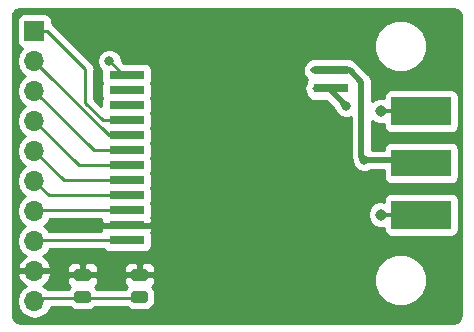
<source format=gbr>
%TF.GenerationSoftware,KiCad,Pcbnew,(5.0.0)*%
%TF.CreationDate,2018-09-19T17:34:28+03:00*%
%TF.ProjectId,lora1276Breakout,6C6F726131323736427265616B6F7574,1.0*%
%TF.SameCoordinates,Original*%
%TF.FileFunction,Copper,L1,Top,Signal*%
%TF.FilePolarity,Positive*%
%FSLAX46Y46*%
G04 Gerber Fmt 4.6, Leading zero omitted, Abs format (unit mm)*
G04 Created by KiCad (PCBNEW (5.0.0)) date 09/19/18 17:34:28*
%MOMM*%
%LPD*%
G01*
G04 APERTURE LIST*
%ADD10R,3.000000X0.800000*%
%ADD11R,5.080000X2.290000*%
%ADD12R,5.080000X2.420000*%
%ADD13C,0.970000*%
%ADD14R,0.950000X0.460000*%
%ADD15C,0.100000*%
%ADD16C,0.975000*%
%ADD17R,1.700000X1.700000*%
%ADD18O,1.700000X1.700000*%
%ADD19C,0.800000*%
%ADD20C,0.250000*%
%ADD21C,0.500000*%
%ADD22C,0.254000*%
G04 APERTURE END LIST*
D10*
X150049906Y-86284381D03*
X150049906Y-87554381D03*
X150049906Y-88824381D03*
X150049906Y-90094381D03*
X150049906Y-91364381D03*
X150049906Y-92634381D03*
X150049906Y-93904381D03*
X150049906Y-95174381D03*
X150049906Y-96444381D03*
X150049906Y-97714381D03*
X150049906Y-98984381D03*
X167349906Y-85894381D03*
X167349906Y-87394381D03*
X150049906Y-100254381D03*
D11*
X175006000Y-93726000D03*
D12*
X175006000Y-98106000D03*
X175006000Y-89346000D03*
D13*
X171566000Y-98106000D03*
X171566000Y-89346000D03*
D14*
X172016000Y-98106000D03*
X172016000Y-89346000D03*
D15*
G36*
X151610142Y-104591174D02*
X151633803Y-104594684D01*
X151657007Y-104600496D01*
X151679529Y-104608554D01*
X151701153Y-104618782D01*
X151721670Y-104631079D01*
X151740883Y-104645329D01*
X151758607Y-104661393D01*
X151774671Y-104679117D01*
X151788921Y-104698330D01*
X151801218Y-104718847D01*
X151811446Y-104740471D01*
X151819504Y-104762993D01*
X151825316Y-104786197D01*
X151828826Y-104809858D01*
X151830000Y-104833750D01*
X151830000Y-105321250D01*
X151828826Y-105345142D01*
X151825316Y-105368803D01*
X151819504Y-105392007D01*
X151811446Y-105414529D01*
X151801218Y-105436153D01*
X151788921Y-105456670D01*
X151774671Y-105475883D01*
X151758607Y-105493607D01*
X151740883Y-105509671D01*
X151721670Y-105523921D01*
X151701153Y-105536218D01*
X151679529Y-105546446D01*
X151657007Y-105554504D01*
X151633803Y-105560316D01*
X151610142Y-105563826D01*
X151586250Y-105565000D01*
X150673750Y-105565000D01*
X150649858Y-105563826D01*
X150626197Y-105560316D01*
X150602993Y-105554504D01*
X150580471Y-105546446D01*
X150558847Y-105536218D01*
X150538330Y-105523921D01*
X150519117Y-105509671D01*
X150501393Y-105493607D01*
X150485329Y-105475883D01*
X150471079Y-105456670D01*
X150458782Y-105436153D01*
X150448554Y-105414529D01*
X150440496Y-105392007D01*
X150434684Y-105368803D01*
X150431174Y-105345142D01*
X150430000Y-105321250D01*
X150430000Y-104833750D01*
X150431174Y-104809858D01*
X150434684Y-104786197D01*
X150440496Y-104762993D01*
X150448554Y-104740471D01*
X150458782Y-104718847D01*
X150471079Y-104698330D01*
X150485329Y-104679117D01*
X150501393Y-104661393D01*
X150519117Y-104645329D01*
X150538330Y-104631079D01*
X150558847Y-104618782D01*
X150580471Y-104608554D01*
X150602993Y-104600496D01*
X150626197Y-104594684D01*
X150649858Y-104591174D01*
X150673750Y-104590000D01*
X151586250Y-104590000D01*
X151610142Y-104591174D01*
X151610142Y-104591174D01*
G37*
D16*
X151130000Y-105077500D03*
D15*
G36*
X151610142Y-102716174D02*
X151633803Y-102719684D01*
X151657007Y-102725496D01*
X151679529Y-102733554D01*
X151701153Y-102743782D01*
X151721670Y-102756079D01*
X151740883Y-102770329D01*
X151758607Y-102786393D01*
X151774671Y-102804117D01*
X151788921Y-102823330D01*
X151801218Y-102843847D01*
X151811446Y-102865471D01*
X151819504Y-102887993D01*
X151825316Y-102911197D01*
X151828826Y-102934858D01*
X151830000Y-102958750D01*
X151830000Y-103446250D01*
X151828826Y-103470142D01*
X151825316Y-103493803D01*
X151819504Y-103517007D01*
X151811446Y-103539529D01*
X151801218Y-103561153D01*
X151788921Y-103581670D01*
X151774671Y-103600883D01*
X151758607Y-103618607D01*
X151740883Y-103634671D01*
X151721670Y-103648921D01*
X151701153Y-103661218D01*
X151679529Y-103671446D01*
X151657007Y-103679504D01*
X151633803Y-103685316D01*
X151610142Y-103688826D01*
X151586250Y-103690000D01*
X150673750Y-103690000D01*
X150649858Y-103688826D01*
X150626197Y-103685316D01*
X150602993Y-103679504D01*
X150580471Y-103671446D01*
X150558847Y-103661218D01*
X150538330Y-103648921D01*
X150519117Y-103634671D01*
X150501393Y-103618607D01*
X150485329Y-103600883D01*
X150471079Y-103581670D01*
X150458782Y-103561153D01*
X150448554Y-103539529D01*
X150440496Y-103517007D01*
X150434684Y-103493803D01*
X150431174Y-103470142D01*
X150430000Y-103446250D01*
X150430000Y-102958750D01*
X150431174Y-102934858D01*
X150434684Y-102911197D01*
X150440496Y-102887993D01*
X150448554Y-102865471D01*
X150458782Y-102843847D01*
X150471079Y-102823330D01*
X150485329Y-102804117D01*
X150501393Y-102786393D01*
X150519117Y-102770329D01*
X150538330Y-102756079D01*
X150558847Y-102743782D01*
X150580471Y-102733554D01*
X150602993Y-102725496D01*
X150626197Y-102719684D01*
X150649858Y-102716174D01*
X150673750Y-102715000D01*
X151586250Y-102715000D01*
X151610142Y-102716174D01*
X151610142Y-102716174D01*
G37*
D16*
X151130000Y-103202500D03*
D15*
G36*
X146800142Y-102716174D02*
X146823803Y-102719684D01*
X146847007Y-102725496D01*
X146869529Y-102733554D01*
X146891153Y-102743782D01*
X146911670Y-102756079D01*
X146930883Y-102770329D01*
X146948607Y-102786393D01*
X146964671Y-102804117D01*
X146978921Y-102823330D01*
X146991218Y-102843847D01*
X147001446Y-102865471D01*
X147009504Y-102887993D01*
X147015316Y-102911197D01*
X147018826Y-102934858D01*
X147020000Y-102958750D01*
X147020000Y-103446250D01*
X147018826Y-103470142D01*
X147015316Y-103493803D01*
X147009504Y-103517007D01*
X147001446Y-103539529D01*
X146991218Y-103561153D01*
X146978921Y-103581670D01*
X146964671Y-103600883D01*
X146948607Y-103618607D01*
X146930883Y-103634671D01*
X146911670Y-103648921D01*
X146891153Y-103661218D01*
X146869529Y-103671446D01*
X146847007Y-103679504D01*
X146823803Y-103685316D01*
X146800142Y-103688826D01*
X146776250Y-103690000D01*
X145863750Y-103690000D01*
X145839858Y-103688826D01*
X145816197Y-103685316D01*
X145792993Y-103679504D01*
X145770471Y-103671446D01*
X145748847Y-103661218D01*
X145728330Y-103648921D01*
X145709117Y-103634671D01*
X145691393Y-103618607D01*
X145675329Y-103600883D01*
X145661079Y-103581670D01*
X145648782Y-103561153D01*
X145638554Y-103539529D01*
X145630496Y-103517007D01*
X145624684Y-103493803D01*
X145621174Y-103470142D01*
X145620000Y-103446250D01*
X145620000Y-102958750D01*
X145621174Y-102934858D01*
X145624684Y-102911197D01*
X145630496Y-102887993D01*
X145638554Y-102865471D01*
X145648782Y-102843847D01*
X145661079Y-102823330D01*
X145675329Y-102804117D01*
X145691393Y-102786393D01*
X145709117Y-102770329D01*
X145728330Y-102756079D01*
X145748847Y-102743782D01*
X145770471Y-102733554D01*
X145792993Y-102725496D01*
X145816197Y-102719684D01*
X145839858Y-102716174D01*
X145863750Y-102715000D01*
X146776250Y-102715000D01*
X146800142Y-102716174D01*
X146800142Y-102716174D01*
G37*
D16*
X146320000Y-103202500D03*
D15*
G36*
X146800142Y-104591174D02*
X146823803Y-104594684D01*
X146847007Y-104600496D01*
X146869529Y-104608554D01*
X146891153Y-104618782D01*
X146911670Y-104631079D01*
X146930883Y-104645329D01*
X146948607Y-104661393D01*
X146964671Y-104679117D01*
X146978921Y-104698330D01*
X146991218Y-104718847D01*
X147001446Y-104740471D01*
X147009504Y-104762993D01*
X147015316Y-104786197D01*
X147018826Y-104809858D01*
X147020000Y-104833750D01*
X147020000Y-105321250D01*
X147018826Y-105345142D01*
X147015316Y-105368803D01*
X147009504Y-105392007D01*
X147001446Y-105414529D01*
X146991218Y-105436153D01*
X146978921Y-105456670D01*
X146964671Y-105475883D01*
X146948607Y-105493607D01*
X146930883Y-105509671D01*
X146911670Y-105523921D01*
X146891153Y-105536218D01*
X146869529Y-105546446D01*
X146847007Y-105554504D01*
X146823803Y-105560316D01*
X146800142Y-105563826D01*
X146776250Y-105565000D01*
X145863750Y-105565000D01*
X145839858Y-105563826D01*
X145816197Y-105560316D01*
X145792993Y-105554504D01*
X145770471Y-105546446D01*
X145748847Y-105536218D01*
X145728330Y-105523921D01*
X145709117Y-105509671D01*
X145691393Y-105493607D01*
X145675329Y-105475883D01*
X145661079Y-105456670D01*
X145648782Y-105436153D01*
X145638554Y-105414529D01*
X145630496Y-105392007D01*
X145624684Y-105368803D01*
X145621174Y-105345142D01*
X145620000Y-105321250D01*
X145620000Y-104833750D01*
X145621174Y-104809858D01*
X145624684Y-104786197D01*
X145630496Y-104762993D01*
X145638554Y-104740471D01*
X145648782Y-104718847D01*
X145661079Y-104698330D01*
X145675329Y-104679117D01*
X145691393Y-104661393D01*
X145709117Y-104645329D01*
X145728330Y-104631079D01*
X145748847Y-104618782D01*
X145770471Y-104608554D01*
X145792993Y-104600496D01*
X145816197Y-104594684D01*
X145839858Y-104591174D01*
X145863750Y-104590000D01*
X146776250Y-104590000D01*
X146800142Y-104591174D01*
X146800142Y-104591174D01*
G37*
D16*
X146320000Y-105077500D03*
D17*
X142240000Y-82550000D03*
D18*
X142240000Y-85090000D03*
X142240000Y-87630000D03*
X142240000Y-90170000D03*
X142240000Y-92710000D03*
X142240000Y-95250000D03*
X142240000Y-97790000D03*
X142240000Y-100330000D03*
X142240000Y-102870000D03*
X142240000Y-105410000D03*
D19*
X148590000Y-85090000D03*
X171566000Y-89346000D03*
X171566000Y-98106000D03*
X168656000Y-88900000D03*
X170180000Y-93472000D03*
D20*
X151130000Y-105140000D02*
X146320000Y-105140000D01*
X142510000Y-105140000D02*
X142240000Y-105410000D01*
X146320000Y-105140000D02*
X142510000Y-105140000D01*
X150049906Y-86284381D02*
X149784381Y-86284381D01*
X149784381Y-86284381D02*
X148590000Y-85090000D01*
X175006000Y-89346000D02*
X171566000Y-89346000D01*
X175006000Y-98106000D02*
X171566000Y-98106000D01*
X165849906Y-87394381D02*
X167150381Y-87394381D01*
D21*
X167150381Y-87394381D02*
X168656000Y-88900000D01*
D20*
X142315619Y-100254381D02*
X142240000Y-100330000D01*
X150049906Y-100254381D02*
X142315619Y-100254381D01*
X142315619Y-97714381D02*
X142240000Y-97790000D01*
X150049906Y-97714381D02*
X142315619Y-97714381D01*
X143434381Y-96444381D02*
X142240000Y-95250000D01*
X150049906Y-96444381D02*
X143434381Y-96444381D01*
X144704381Y-95174381D02*
X142240000Y-92710000D01*
X150049906Y-95174381D02*
X144704381Y-95174381D01*
X145974381Y-93904381D02*
X142240000Y-90170000D01*
X150049906Y-93904381D02*
X145974381Y-93904381D01*
X147244381Y-92634381D02*
X142240000Y-87630000D01*
X150049906Y-92634381D02*
X147244381Y-92634381D01*
X143089999Y-85939999D02*
X142240000Y-85090000D01*
X148514381Y-91364381D02*
X143089999Y-85939999D01*
X150049906Y-91364381D02*
X148514381Y-91364381D01*
X150049906Y-90094381D02*
X148006381Y-90094381D01*
X148006381Y-90094381D02*
X146558000Y-88646000D01*
X143340000Y-82550000D02*
X142240000Y-82550000D01*
X146558000Y-85768000D02*
X143340000Y-82550000D01*
X146558000Y-88646000D02*
X146558000Y-85768000D01*
D21*
X165849906Y-85894381D02*
X168952381Y-85894381D01*
X168952381Y-85894381D02*
X169926000Y-86868000D01*
X169926000Y-86868000D02*
X169926000Y-90041000D01*
X169926000Y-90041000D02*
X169926000Y-93218000D01*
X169926000Y-93218000D02*
X170180000Y-93472000D01*
D20*
X174752000Y-93472000D02*
X175006000Y-93726000D01*
D21*
X170180000Y-93472000D02*
X174752000Y-93472000D01*
D22*
G36*
X177987787Y-80764065D02*
X178152920Y-80859405D01*
X178275488Y-81005477D01*
X178351555Y-81214465D01*
X178360000Y-81310996D01*
X178360001Y-105340074D01*
X178360000Y-106617880D01*
X178315935Y-106867787D01*
X178220596Y-107032919D01*
X178074524Y-107155488D01*
X177865532Y-107231555D01*
X177769004Y-107240000D01*
X141032119Y-107240000D01*
X140782213Y-107195935D01*
X140617081Y-107100596D01*
X140494512Y-106954524D01*
X140418445Y-106745532D01*
X140410000Y-106649004D01*
X140410000Y-105410000D01*
X140725908Y-105410000D01*
X140841161Y-105989418D01*
X141169375Y-106480625D01*
X141660582Y-106808839D01*
X142093744Y-106895000D01*
X142386256Y-106895000D01*
X142819418Y-106808839D01*
X143310625Y-106480625D01*
X143638839Y-105989418D01*
X143656625Y-105900000D01*
X145199229Y-105900000D01*
X145233584Y-105951416D01*
X145522706Y-106144602D01*
X145863750Y-106212440D01*
X146776250Y-106212440D01*
X147117294Y-106144602D01*
X147406416Y-105951416D01*
X147440771Y-105900000D01*
X150009229Y-105900000D01*
X150043584Y-105951416D01*
X150332706Y-106144602D01*
X150673750Y-106212440D01*
X151586250Y-106212440D01*
X151927294Y-106144602D01*
X152216416Y-105951416D01*
X152409602Y-105662294D01*
X152477440Y-105321250D01*
X152477440Y-104833750D01*
X152409602Y-104492706D01*
X152216416Y-104203584D01*
X152215233Y-104202793D01*
X152368327Y-104049698D01*
X152465000Y-103816309D01*
X152465000Y-103488250D01*
X152306250Y-103329500D01*
X151257000Y-103329500D01*
X151257000Y-103349500D01*
X151003000Y-103349500D01*
X151003000Y-103329500D01*
X149953750Y-103329500D01*
X149795000Y-103488250D01*
X149795000Y-103816309D01*
X149891673Y-104049698D01*
X150044767Y-104202793D01*
X150043584Y-104203584D01*
X149925706Y-104380000D01*
X147524294Y-104380000D01*
X147406416Y-104203584D01*
X147405233Y-104202793D01*
X147558327Y-104049698D01*
X147655000Y-103816309D01*
X147655000Y-103488250D01*
X147496250Y-103329500D01*
X146447000Y-103329500D01*
X146447000Y-103349500D01*
X146193000Y-103349500D01*
X146193000Y-103329500D01*
X145143750Y-103329500D01*
X144985000Y-103488250D01*
X144985000Y-103816309D01*
X145081673Y-104049698D01*
X145234767Y-104202793D01*
X145233584Y-104203584D01*
X145115706Y-104380000D01*
X143337770Y-104380000D01*
X143310625Y-104339375D01*
X142991522Y-104126157D01*
X143121358Y-104065183D01*
X143511645Y-103636924D01*
X143681476Y-103226890D01*
X143660653Y-103187431D01*
X170993000Y-103187431D01*
X170993000Y-104076569D01*
X171333259Y-104898026D01*
X171961974Y-105526741D01*
X172783431Y-105867000D01*
X173672569Y-105867000D01*
X174494026Y-105526741D01*
X175122741Y-104898026D01*
X175463000Y-104076569D01*
X175463000Y-103187431D01*
X175122741Y-102365974D01*
X174494026Y-101737259D01*
X173672569Y-101397000D01*
X172783431Y-101397000D01*
X171961974Y-101737259D01*
X171333259Y-102365974D01*
X170993000Y-103187431D01*
X143660653Y-103187431D01*
X143560155Y-102997000D01*
X142367000Y-102997000D01*
X142367000Y-103017000D01*
X142113000Y-103017000D01*
X142113000Y-102997000D01*
X140919845Y-102997000D01*
X140798524Y-103226890D01*
X140968355Y-103636924D01*
X141358642Y-104065183D01*
X141488478Y-104126157D01*
X141169375Y-104339375D01*
X140841161Y-104830582D01*
X140725908Y-105410000D01*
X140410000Y-105410000D01*
X140410000Y-85090000D01*
X140725908Y-85090000D01*
X140841161Y-85669418D01*
X141169375Y-86160625D01*
X141467761Y-86360000D01*
X141169375Y-86559375D01*
X140841161Y-87050582D01*
X140725908Y-87630000D01*
X140841161Y-88209418D01*
X141169375Y-88700625D01*
X141467761Y-88900000D01*
X141169375Y-89099375D01*
X140841161Y-89590582D01*
X140725908Y-90170000D01*
X140841161Y-90749418D01*
X141169375Y-91240625D01*
X141467761Y-91440000D01*
X141169375Y-91639375D01*
X140841161Y-92130582D01*
X140725908Y-92710000D01*
X140841161Y-93289418D01*
X141169375Y-93780625D01*
X141467761Y-93980000D01*
X141169375Y-94179375D01*
X140841161Y-94670582D01*
X140725908Y-95250000D01*
X140841161Y-95829418D01*
X141169375Y-96320625D01*
X141467761Y-96520000D01*
X141169375Y-96719375D01*
X140841161Y-97210582D01*
X140725908Y-97790000D01*
X140841161Y-98369418D01*
X141169375Y-98860625D01*
X141467761Y-99060000D01*
X141169375Y-99259375D01*
X140841161Y-99750582D01*
X140725908Y-100330000D01*
X140841161Y-100909418D01*
X141169375Y-101400625D01*
X141488478Y-101613843D01*
X141358642Y-101674817D01*
X140968355Y-102103076D01*
X140798524Y-102513110D01*
X140919845Y-102743000D01*
X142113000Y-102743000D01*
X142113000Y-102723000D01*
X142367000Y-102723000D01*
X142367000Y-102743000D01*
X143560155Y-102743000D01*
X143641589Y-102588691D01*
X144985000Y-102588691D01*
X144985000Y-102916750D01*
X145143750Y-103075500D01*
X146193000Y-103075500D01*
X146193000Y-102238750D01*
X146447000Y-102238750D01*
X146447000Y-103075500D01*
X147496250Y-103075500D01*
X147655000Y-102916750D01*
X147655000Y-102588691D01*
X149795000Y-102588691D01*
X149795000Y-102916750D01*
X149953750Y-103075500D01*
X151003000Y-103075500D01*
X151003000Y-102238750D01*
X151257000Y-102238750D01*
X151257000Y-103075500D01*
X152306250Y-103075500D01*
X152465000Y-102916750D01*
X152465000Y-102588691D01*
X152368327Y-102355302D01*
X152189699Y-102176673D01*
X151956310Y-102080000D01*
X151415750Y-102080000D01*
X151257000Y-102238750D01*
X151003000Y-102238750D01*
X150844250Y-102080000D01*
X150303690Y-102080000D01*
X150070301Y-102176673D01*
X149891673Y-102355302D01*
X149795000Y-102588691D01*
X147655000Y-102588691D01*
X147558327Y-102355302D01*
X147379699Y-102176673D01*
X147146310Y-102080000D01*
X146605750Y-102080000D01*
X146447000Y-102238750D01*
X146193000Y-102238750D01*
X146034250Y-102080000D01*
X145493690Y-102080000D01*
X145260301Y-102176673D01*
X145081673Y-102355302D01*
X144985000Y-102588691D01*
X143641589Y-102588691D01*
X143681476Y-102513110D01*
X143511645Y-102103076D01*
X143121358Y-101674817D01*
X142991522Y-101613843D01*
X143310625Y-101400625D01*
X143568705Y-101014381D01*
X148026743Y-101014381D01*
X148092097Y-101112190D01*
X148302141Y-101252538D01*
X148549906Y-101301821D01*
X151549906Y-101301821D01*
X151797671Y-101252538D01*
X152007715Y-101112190D01*
X152148063Y-100902146D01*
X152197346Y-100654381D01*
X152197346Y-99854381D01*
X152148063Y-99606616D01*
X152146279Y-99603946D01*
X152184906Y-99510691D01*
X152184906Y-99270131D01*
X152026156Y-99111381D01*
X150176906Y-99111381D01*
X150176906Y-99131381D01*
X149922906Y-99131381D01*
X149922906Y-99111381D01*
X148073656Y-99111381D01*
X147914906Y-99270131D01*
X147914906Y-99494381D01*
X143467651Y-99494381D01*
X143310625Y-99259375D01*
X143012239Y-99060000D01*
X143310625Y-98860625D01*
X143568705Y-98474381D01*
X147914906Y-98474381D01*
X147914906Y-98698631D01*
X148073656Y-98857381D01*
X149922906Y-98857381D01*
X149922906Y-98837381D01*
X150176906Y-98837381D01*
X150176906Y-98857381D01*
X152026156Y-98857381D01*
X152184906Y-98698631D01*
X152184906Y-98458071D01*
X152146279Y-98364816D01*
X152148063Y-98362146D01*
X152197346Y-98114381D01*
X152197346Y-97883218D01*
X170446000Y-97883218D01*
X170446000Y-98328782D01*
X170616510Y-98740429D01*
X170931571Y-99055490D01*
X171343218Y-99226000D01*
X171788782Y-99226000D01*
X171818560Y-99213666D01*
X171818560Y-99316000D01*
X171867843Y-99563765D01*
X172008191Y-99773809D01*
X172218235Y-99914157D01*
X172466000Y-99963440D01*
X177546000Y-99963440D01*
X177793765Y-99914157D01*
X178003809Y-99773809D01*
X178144157Y-99563765D01*
X178193440Y-99316000D01*
X178193440Y-96896000D01*
X178144157Y-96648235D01*
X178003809Y-96438191D01*
X177793765Y-96297843D01*
X177546000Y-96248560D01*
X172466000Y-96248560D01*
X172218235Y-96297843D01*
X172008191Y-96438191D01*
X171867843Y-96648235D01*
X171818560Y-96896000D01*
X171818560Y-96998334D01*
X171788782Y-96986000D01*
X171343218Y-96986000D01*
X170931571Y-97156510D01*
X170616510Y-97471571D01*
X170446000Y-97883218D01*
X152197346Y-97883218D01*
X152197346Y-97314381D01*
X152150602Y-97079381D01*
X152197346Y-96844381D01*
X152197346Y-96044381D01*
X152150602Y-95809381D01*
X152197346Y-95574381D01*
X152197346Y-94774381D01*
X152150602Y-94539381D01*
X152197346Y-94304381D01*
X152197346Y-93504381D01*
X152150602Y-93269381D01*
X152197346Y-93034381D01*
X152197346Y-92234381D01*
X152150602Y-91999381D01*
X152197346Y-91764381D01*
X152197346Y-90964381D01*
X152150602Y-90729381D01*
X152197346Y-90494381D01*
X152197346Y-89694381D01*
X152150602Y-89459381D01*
X152197346Y-89224381D01*
X152197346Y-88424381D01*
X152150602Y-88189381D01*
X152197346Y-87954381D01*
X152197346Y-87154381D01*
X152150602Y-86919381D01*
X152197346Y-86684381D01*
X152197346Y-85894381D01*
X164947568Y-85894381D01*
X165016254Y-86239691D01*
X165211857Y-86532430D01*
X165272197Y-86572748D01*
X165320061Y-86644381D01*
X165251749Y-86746616D01*
X165202466Y-86994381D01*
X165202466Y-86995381D01*
X165134002Y-87097844D01*
X165075017Y-87394381D01*
X165134002Y-87690918D01*
X165202466Y-87793381D01*
X165202466Y-87794381D01*
X165251749Y-88042146D01*
X165392097Y-88252190D01*
X165602141Y-88392538D01*
X165849906Y-88441821D01*
X166946243Y-88441821D01*
X167628569Y-89124148D01*
X167778569Y-89486280D01*
X168069720Y-89777431D01*
X168450126Y-89935000D01*
X168861874Y-89935000D01*
X169041001Y-89860803D01*
X169041001Y-89953831D01*
X169041000Y-89953836D01*
X169041001Y-93130835D01*
X169023663Y-93218000D01*
X169092348Y-93563309D01*
X169145000Y-93642108D01*
X169145000Y-93677874D01*
X169302569Y-94058280D01*
X169593720Y-94349431D01*
X169974126Y-94507000D01*
X170385874Y-94507000D01*
X170748007Y-94357000D01*
X171818560Y-94357000D01*
X171818560Y-94871000D01*
X171867843Y-95118765D01*
X172008191Y-95328809D01*
X172218235Y-95469157D01*
X172466000Y-95518440D01*
X177546000Y-95518440D01*
X177793765Y-95469157D01*
X178003809Y-95328809D01*
X178144157Y-95118765D01*
X178193440Y-94871000D01*
X178193440Y-92581000D01*
X178144157Y-92333235D01*
X178003809Y-92123191D01*
X177793765Y-91982843D01*
X177546000Y-91933560D01*
X172466000Y-91933560D01*
X172218235Y-91982843D01*
X172008191Y-92123191D01*
X171867843Y-92333235D01*
X171818560Y-92581000D01*
X171818560Y-92587000D01*
X170811000Y-92587000D01*
X170811000Y-90174919D01*
X170931571Y-90295490D01*
X171343218Y-90466000D01*
X171788782Y-90466000D01*
X171818560Y-90453666D01*
X171818560Y-90556000D01*
X171867843Y-90803765D01*
X172008191Y-91013809D01*
X172218235Y-91154157D01*
X172466000Y-91203440D01*
X177546000Y-91203440D01*
X177793765Y-91154157D01*
X178003809Y-91013809D01*
X178144157Y-90803765D01*
X178193440Y-90556000D01*
X178193440Y-88136000D01*
X178144157Y-87888235D01*
X178003809Y-87678191D01*
X177793765Y-87537843D01*
X177546000Y-87488560D01*
X172466000Y-87488560D01*
X172218235Y-87537843D01*
X172008191Y-87678191D01*
X171867843Y-87888235D01*
X171818560Y-88136000D01*
X171818560Y-88238334D01*
X171788782Y-88226000D01*
X171343218Y-88226000D01*
X170931571Y-88396510D01*
X170811000Y-88517081D01*
X170811000Y-86955159D01*
X170828337Y-86867999D01*
X170811000Y-86780839D01*
X170811000Y-86780835D01*
X170759652Y-86522690D01*
X170564049Y-86229951D01*
X170490156Y-86180577D01*
X169639806Y-85330228D01*
X169590430Y-85256332D01*
X169344961Y-85092314D01*
X169307715Y-85036572D01*
X169097671Y-84896224D01*
X168849906Y-84846941D01*
X165849906Y-84846941D01*
X165602141Y-84896224D01*
X165392097Y-85036572D01*
X165272197Y-85216014D01*
X165211857Y-85256332D01*
X165016254Y-85549071D01*
X164947568Y-85894381D01*
X152197346Y-85894381D01*
X152197346Y-85884381D01*
X152148063Y-85636616D01*
X152007715Y-85426572D01*
X151797671Y-85286224D01*
X151549906Y-85236941D01*
X149811743Y-85236941D01*
X149625000Y-85050199D01*
X149625000Y-84884126D01*
X149467431Y-84503720D01*
X149176280Y-84212569D01*
X148795874Y-84055000D01*
X148384126Y-84055000D01*
X148003720Y-84212569D01*
X147712569Y-84503720D01*
X147555000Y-84884126D01*
X147555000Y-85295874D01*
X147712569Y-85676280D01*
X147905486Y-85869197D01*
X147902466Y-85884381D01*
X147902466Y-86684381D01*
X147949210Y-86919381D01*
X147902466Y-87154381D01*
X147902466Y-87954381D01*
X147949210Y-88189381D01*
X147902466Y-88424381D01*
X147902466Y-88915664D01*
X147318000Y-88331199D01*
X147318000Y-85842846D01*
X147332888Y-85767999D01*
X147318000Y-85693152D01*
X147318000Y-85693148D01*
X147273904Y-85471463D01*
X147105929Y-85220071D01*
X147042473Y-85177671D01*
X145240233Y-83375431D01*
X170993000Y-83375431D01*
X170993000Y-84264569D01*
X171333259Y-85086026D01*
X171961974Y-85714741D01*
X172783431Y-86055000D01*
X173672569Y-86055000D01*
X174494026Y-85714741D01*
X175122741Y-85086026D01*
X175463000Y-84264569D01*
X175463000Y-83375431D01*
X175122741Y-82553974D01*
X174494026Y-81925259D01*
X173672569Y-81585000D01*
X172783431Y-81585000D01*
X171961974Y-81925259D01*
X171333259Y-82553974D01*
X170993000Y-83375431D01*
X145240233Y-83375431D01*
X143930331Y-82065530D01*
X143887929Y-82002071D01*
X143737440Y-81901517D01*
X143737440Y-81700000D01*
X143688157Y-81452235D01*
X143547809Y-81242191D01*
X143337765Y-81101843D01*
X143090000Y-81052560D01*
X141390000Y-81052560D01*
X141142235Y-81101843D01*
X140932191Y-81242191D01*
X140791843Y-81452235D01*
X140742560Y-81700000D01*
X140742560Y-83400000D01*
X140791843Y-83647765D01*
X140932191Y-83857809D01*
X141142235Y-83998157D01*
X141187619Y-84007184D01*
X141169375Y-84019375D01*
X140841161Y-84510582D01*
X140725908Y-85090000D01*
X140410000Y-85090000D01*
X140410000Y-81342119D01*
X140454065Y-81092213D01*
X140549405Y-80927080D01*
X140695477Y-80804512D01*
X140904465Y-80728445D01*
X141000996Y-80720000D01*
X177737881Y-80720000D01*
X177987787Y-80764065D01*
X177987787Y-80764065D01*
G37*
X177987787Y-80764065D02*
X178152920Y-80859405D01*
X178275488Y-81005477D01*
X178351555Y-81214465D01*
X178360000Y-81310996D01*
X178360001Y-105340074D01*
X178360000Y-106617880D01*
X178315935Y-106867787D01*
X178220596Y-107032919D01*
X178074524Y-107155488D01*
X177865532Y-107231555D01*
X177769004Y-107240000D01*
X141032119Y-107240000D01*
X140782213Y-107195935D01*
X140617081Y-107100596D01*
X140494512Y-106954524D01*
X140418445Y-106745532D01*
X140410000Y-106649004D01*
X140410000Y-105410000D01*
X140725908Y-105410000D01*
X140841161Y-105989418D01*
X141169375Y-106480625D01*
X141660582Y-106808839D01*
X142093744Y-106895000D01*
X142386256Y-106895000D01*
X142819418Y-106808839D01*
X143310625Y-106480625D01*
X143638839Y-105989418D01*
X143656625Y-105900000D01*
X145199229Y-105900000D01*
X145233584Y-105951416D01*
X145522706Y-106144602D01*
X145863750Y-106212440D01*
X146776250Y-106212440D01*
X147117294Y-106144602D01*
X147406416Y-105951416D01*
X147440771Y-105900000D01*
X150009229Y-105900000D01*
X150043584Y-105951416D01*
X150332706Y-106144602D01*
X150673750Y-106212440D01*
X151586250Y-106212440D01*
X151927294Y-106144602D01*
X152216416Y-105951416D01*
X152409602Y-105662294D01*
X152477440Y-105321250D01*
X152477440Y-104833750D01*
X152409602Y-104492706D01*
X152216416Y-104203584D01*
X152215233Y-104202793D01*
X152368327Y-104049698D01*
X152465000Y-103816309D01*
X152465000Y-103488250D01*
X152306250Y-103329500D01*
X151257000Y-103329500D01*
X151257000Y-103349500D01*
X151003000Y-103349500D01*
X151003000Y-103329500D01*
X149953750Y-103329500D01*
X149795000Y-103488250D01*
X149795000Y-103816309D01*
X149891673Y-104049698D01*
X150044767Y-104202793D01*
X150043584Y-104203584D01*
X149925706Y-104380000D01*
X147524294Y-104380000D01*
X147406416Y-104203584D01*
X147405233Y-104202793D01*
X147558327Y-104049698D01*
X147655000Y-103816309D01*
X147655000Y-103488250D01*
X147496250Y-103329500D01*
X146447000Y-103329500D01*
X146447000Y-103349500D01*
X146193000Y-103349500D01*
X146193000Y-103329500D01*
X145143750Y-103329500D01*
X144985000Y-103488250D01*
X144985000Y-103816309D01*
X145081673Y-104049698D01*
X145234767Y-104202793D01*
X145233584Y-104203584D01*
X145115706Y-104380000D01*
X143337770Y-104380000D01*
X143310625Y-104339375D01*
X142991522Y-104126157D01*
X143121358Y-104065183D01*
X143511645Y-103636924D01*
X143681476Y-103226890D01*
X143660653Y-103187431D01*
X170993000Y-103187431D01*
X170993000Y-104076569D01*
X171333259Y-104898026D01*
X171961974Y-105526741D01*
X172783431Y-105867000D01*
X173672569Y-105867000D01*
X174494026Y-105526741D01*
X175122741Y-104898026D01*
X175463000Y-104076569D01*
X175463000Y-103187431D01*
X175122741Y-102365974D01*
X174494026Y-101737259D01*
X173672569Y-101397000D01*
X172783431Y-101397000D01*
X171961974Y-101737259D01*
X171333259Y-102365974D01*
X170993000Y-103187431D01*
X143660653Y-103187431D01*
X143560155Y-102997000D01*
X142367000Y-102997000D01*
X142367000Y-103017000D01*
X142113000Y-103017000D01*
X142113000Y-102997000D01*
X140919845Y-102997000D01*
X140798524Y-103226890D01*
X140968355Y-103636924D01*
X141358642Y-104065183D01*
X141488478Y-104126157D01*
X141169375Y-104339375D01*
X140841161Y-104830582D01*
X140725908Y-105410000D01*
X140410000Y-105410000D01*
X140410000Y-85090000D01*
X140725908Y-85090000D01*
X140841161Y-85669418D01*
X141169375Y-86160625D01*
X141467761Y-86360000D01*
X141169375Y-86559375D01*
X140841161Y-87050582D01*
X140725908Y-87630000D01*
X140841161Y-88209418D01*
X141169375Y-88700625D01*
X141467761Y-88900000D01*
X141169375Y-89099375D01*
X140841161Y-89590582D01*
X140725908Y-90170000D01*
X140841161Y-90749418D01*
X141169375Y-91240625D01*
X141467761Y-91440000D01*
X141169375Y-91639375D01*
X140841161Y-92130582D01*
X140725908Y-92710000D01*
X140841161Y-93289418D01*
X141169375Y-93780625D01*
X141467761Y-93980000D01*
X141169375Y-94179375D01*
X140841161Y-94670582D01*
X140725908Y-95250000D01*
X140841161Y-95829418D01*
X141169375Y-96320625D01*
X141467761Y-96520000D01*
X141169375Y-96719375D01*
X140841161Y-97210582D01*
X140725908Y-97790000D01*
X140841161Y-98369418D01*
X141169375Y-98860625D01*
X141467761Y-99060000D01*
X141169375Y-99259375D01*
X140841161Y-99750582D01*
X140725908Y-100330000D01*
X140841161Y-100909418D01*
X141169375Y-101400625D01*
X141488478Y-101613843D01*
X141358642Y-101674817D01*
X140968355Y-102103076D01*
X140798524Y-102513110D01*
X140919845Y-102743000D01*
X142113000Y-102743000D01*
X142113000Y-102723000D01*
X142367000Y-102723000D01*
X142367000Y-102743000D01*
X143560155Y-102743000D01*
X143641589Y-102588691D01*
X144985000Y-102588691D01*
X144985000Y-102916750D01*
X145143750Y-103075500D01*
X146193000Y-103075500D01*
X146193000Y-102238750D01*
X146447000Y-102238750D01*
X146447000Y-103075500D01*
X147496250Y-103075500D01*
X147655000Y-102916750D01*
X147655000Y-102588691D01*
X149795000Y-102588691D01*
X149795000Y-102916750D01*
X149953750Y-103075500D01*
X151003000Y-103075500D01*
X151003000Y-102238750D01*
X151257000Y-102238750D01*
X151257000Y-103075500D01*
X152306250Y-103075500D01*
X152465000Y-102916750D01*
X152465000Y-102588691D01*
X152368327Y-102355302D01*
X152189699Y-102176673D01*
X151956310Y-102080000D01*
X151415750Y-102080000D01*
X151257000Y-102238750D01*
X151003000Y-102238750D01*
X150844250Y-102080000D01*
X150303690Y-102080000D01*
X150070301Y-102176673D01*
X149891673Y-102355302D01*
X149795000Y-102588691D01*
X147655000Y-102588691D01*
X147558327Y-102355302D01*
X147379699Y-102176673D01*
X147146310Y-102080000D01*
X146605750Y-102080000D01*
X146447000Y-102238750D01*
X146193000Y-102238750D01*
X146034250Y-102080000D01*
X145493690Y-102080000D01*
X145260301Y-102176673D01*
X145081673Y-102355302D01*
X144985000Y-102588691D01*
X143641589Y-102588691D01*
X143681476Y-102513110D01*
X143511645Y-102103076D01*
X143121358Y-101674817D01*
X142991522Y-101613843D01*
X143310625Y-101400625D01*
X143568705Y-101014381D01*
X148026743Y-101014381D01*
X148092097Y-101112190D01*
X148302141Y-101252538D01*
X148549906Y-101301821D01*
X151549906Y-101301821D01*
X151797671Y-101252538D01*
X152007715Y-101112190D01*
X152148063Y-100902146D01*
X152197346Y-100654381D01*
X152197346Y-99854381D01*
X152148063Y-99606616D01*
X152146279Y-99603946D01*
X152184906Y-99510691D01*
X152184906Y-99270131D01*
X152026156Y-99111381D01*
X150176906Y-99111381D01*
X150176906Y-99131381D01*
X149922906Y-99131381D01*
X149922906Y-99111381D01*
X148073656Y-99111381D01*
X147914906Y-99270131D01*
X147914906Y-99494381D01*
X143467651Y-99494381D01*
X143310625Y-99259375D01*
X143012239Y-99060000D01*
X143310625Y-98860625D01*
X143568705Y-98474381D01*
X147914906Y-98474381D01*
X147914906Y-98698631D01*
X148073656Y-98857381D01*
X149922906Y-98857381D01*
X149922906Y-98837381D01*
X150176906Y-98837381D01*
X150176906Y-98857381D01*
X152026156Y-98857381D01*
X152184906Y-98698631D01*
X152184906Y-98458071D01*
X152146279Y-98364816D01*
X152148063Y-98362146D01*
X152197346Y-98114381D01*
X152197346Y-97883218D01*
X170446000Y-97883218D01*
X170446000Y-98328782D01*
X170616510Y-98740429D01*
X170931571Y-99055490D01*
X171343218Y-99226000D01*
X171788782Y-99226000D01*
X171818560Y-99213666D01*
X171818560Y-99316000D01*
X171867843Y-99563765D01*
X172008191Y-99773809D01*
X172218235Y-99914157D01*
X172466000Y-99963440D01*
X177546000Y-99963440D01*
X177793765Y-99914157D01*
X178003809Y-99773809D01*
X178144157Y-99563765D01*
X178193440Y-99316000D01*
X178193440Y-96896000D01*
X178144157Y-96648235D01*
X178003809Y-96438191D01*
X177793765Y-96297843D01*
X177546000Y-96248560D01*
X172466000Y-96248560D01*
X172218235Y-96297843D01*
X172008191Y-96438191D01*
X171867843Y-96648235D01*
X171818560Y-96896000D01*
X171818560Y-96998334D01*
X171788782Y-96986000D01*
X171343218Y-96986000D01*
X170931571Y-97156510D01*
X170616510Y-97471571D01*
X170446000Y-97883218D01*
X152197346Y-97883218D01*
X152197346Y-97314381D01*
X152150602Y-97079381D01*
X152197346Y-96844381D01*
X152197346Y-96044381D01*
X152150602Y-95809381D01*
X152197346Y-95574381D01*
X152197346Y-94774381D01*
X152150602Y-94539381D01*
X152197346Y-94304381D01*
X152197346Y-93504381D01*
X152150602Y-93269381D01*
X152197346Y-93034381D01*
X152197346Y-92234381D01*
X152150602Y-91999381D01*
X152197346Y-91764381D01*
X152197346Y-90964381D01*
X152150602Y-90729381D01*
X152197346Y-90494381D01*
X152197346Y-89694381D01*
X152150602Y-89459381D01*
X152197346Y-89224381D01*
X152197346Y-88424381D01*
X152150602Y-88189381D01*
X152197346Y-87954381D01*
X152197346Y-87154381D01*
X152150602Y-86919381D01*
X152197346Y-86684381D01*
X152197346Y-85894381D01*
X164947568Y-85894381D01*
X165016254Y-86239691D01*
X165211857Y-86532430D01*
X165272197Y-86572748D01*
X165320061Y-86644381D01*
X165251749Y-86746616D01*
X165202466Y-86994381D01*
X165202466Y-86995381D01*
X165134002Y-87097844D01*
X165075017Y-87394381D01*
X165134002Y-87690918D01*
X165202466Y-87793381D01*
X165202466Y-87794381D01*
X165251749Y-88042146D01*
X165392097Y-88252190D01*
X165602141Y-88392538D01*
X165849906Y-88441821D01*
X166946243Y-88441821D01*
X167628569Y-89124148D01*
X167778569Y-89486280D01*
X168069720Y-89777431D01*
X168450126Y-89935000D01*
X168861874Y-89935000D01*
X169041001Y-89860803D01*
X169041001Y-89953831D01*
X169041000Y-89953836D01*
X169041001Y-93130835D01*
X169023663Y-93218000D01*
X169092348Y-93563309D01*
X169145000Y-93642108D01*
X169145000Y-93677874D01*
X169302569Y-94058280D01*
X169593720Y-94349431D01*
X169974126Y-94507000D01*
X170385874Y-94507000D01*
X170748007Y-94357000D01*
X171818560Y-94357000D01*
X171818560Y-94871000D01*
X171867843Y-95118765D01*
X172008191Y-95328809D01*
X172218235Y-95469157D01*
X172466000Y-95518440D01*
X177546000Y-95518440D01*
X177793765Y-95469157D01*
X178003809Y-95328809D01*
X178144157Y-95118765D01*
X178193440Y-94871000D01*
X178193440Y-92581000D01*
X178144157Y-92333235D01*
X178003809Y-92123191D01*
X177793765Y-91982843D01*
X177546000Y-91933560D01*
X172466000Y-91933560D01*
X172218235Y-91982843D01*
X172008191Y-92123191D01*
X171867843Y-92333235D01*
X171818560Y-92581000D01*
X171818560Y-92587000D01*
X170811000Y-92587000D01*
X170811000Y-90174919D01*
X170931571Y-90295490D01*
X171343218Y-90466000D01*
X171788782Y-90466000D01*
X171818560Y-90453666D01*
X171818560Y-90556000D01*
X171867843Y-90803765D01*
X172008191Y-91013809D01*
X172218235Y-91154157D01*
X172466000Y-91203440D01*
X177546000Y-91203440D01*
X177793765Y-91154157D01*
X178003809Y-91013809D01*
X178144157Y-90803765D01*
X178193440Y-90556000D01*
X178193440Y-88136000D01*
X178144157Y-87888235D01*
X178003809Y-87678191D01*
X177793765Y-87537843D01*
X177546000Y-87488560D01*
X172466000Y-87488560D01*
X172218235Y-87537843D01*
X172008191Y-87678191D01*
X171867843Y-87888235D01*
X171818560Y-88136000D01*
X171818560Y-88238334D01*
X171788782Y-88226000D01*
X171343218Y-88226000D01*
X170931571Y-88396510D01*
X170811000Y-88517081D01*
X170811000Y-86955159D01*
X170828337Y-86867999D01*
X170811000Y-86780839D01*
X170811000Y-86780835D01*
X170759652Y-86522690D01*
X170564049Y-86229951D01*
X170490156Y-86180577D01*
X169639806Y-85330228D01*
X169590430Y-85256332D01*
X169344961Y-85092314D01*
X169307715Y-85036572D01*
X169097671Y-84896224D01*
X168849906Y-84846941D01*
X165849906Y-84846941D01*
X165602141Y-84896224D01*
X165392097Y-85036572D01*
X165272197Y-85216014D01*
X165211857Y-85256332D01*
X165016254Y-85549071D01*
X164947568Y-85894381D01*
X152197346Y-85894381D01*
X152197346Y-85884381D01*
X152148063Y-85636616D01*
X152007715Y-85426572D01*
X151797671Y-85286224D01*
X151549906Y-85236941D01*
X149811743Y-85236941D01*
X149625000Y-85050199D01*
X149625000Y-84884126D01*
X149467431Y-84503720D01*
X149176280Y-84212569D01*
X148795874Y-84055000D01*
X148384126Y-84055000D01*
X148003720Y-84212569D01*
X147712569Y-84503720D01*
X147555000Y-84884126D01*
X147555000Y-85295874D01*
X147712569Y-85676280D01*
X147905486Y-85869197D01*
X147902466Y-85884381D01*
X147902466Y-86684381D01*
X147949210Y-86919381D01*
X147902466Y-87154381D01*
X147902466Y-87954381D01*
X147949210Y-88189381D01*
X147902466Y-88424381D01*
X147902466Y-88915664D01*
X147318000Y-88331199D01*
X147318000Y-85842846D01*
X147332888Y-85767999D01*
X147318000Y-85693152D01*
X147318000Y-85693148D01*
X147273904Y-85471463D01*
X147105929Y-85220071D01*
X147042473Y-85177671D01*
X145240233Y-83375431D01*
X170993000Y-83375431D01*
X170993000Y-84264569D01*
X171333259Y-85086026D01*
X171961974Y-85714741D01*
X172783431Y-86055000D01*
X173672569Y-86055000D01*
X174494026Y-85714741D01*
X175122741Y-85086026D01*
X175463000Y-84264569D01*
X175463000Y-83375431D01*
X175122741Y-82553974D01*
X174494026Y-81925259D01*
X173672569Y-81585000D01*
X172783431Y-81585000D01*
X171961974Y-81925259D01*
X171333259Y-82553974D01*
X170993000Y-83375431D01*
X145240233Y-83375431D01*
X143930331Y-82065530D01*
X143887929Y-82002071D01*
X143737440Y-81901517D01*
X143737440Y-81700000D01*
X143688157Y-81452235D01*
X143547809Y-81242191D01*
X143337765Y-81101843D01*
X143090000Y-81052560D01*
X141390000Y-81052560D01*
X141142235Y-81101843D01*
X140932191Y-81242191D01*
X140791843Y-81452235D01*
X140742560Y-81700000D01*
X140742560Y-83400000D01*
X140791843Y-83647765D01*
X140932191Y-83857809D01*
X141142235Y-83998157D01*
X141187619Y-84007184D01*
X141169375Y-84019375D01*
X140841161Y-84510582D01*
X140725908Y-85090000D01*
X140410000Y-85090000D01*
X140410000Y-81342119D01*
X140454065Y-81092213D01*
X140549405Y-80927080D01*
X140695477Y-80804512D01*
X140904465Y-80728445D01*
X141000996Y-80720000D01*
X177737881Y-80720000D01*
X177987787Y-80764065D01*
M02*

</source>
